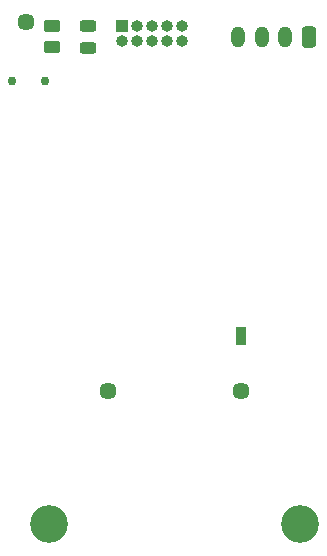
<source format=gbr>
%TF.GenerationSoftware,KiCad,Pcbnew,7.0.5*%
%TF.CreationDate,2023-08-24T03:33:07+02:00*%
%TF.ProjectId,Reader_Module,52656164-6572-45f4-9d6f-64756c652e6b,rev?*%
%TF.SameCoordinates,Original*%
%TF.FileFunction,Soldermask,Bot*%
%TF.FilePolarity,Negative*%
%FSLAX46Y46*%
G04 Gerber Fmt 4.6, Leading zero omitted, Abs format (unit mm)*
G04 Created by KiCad (PCBNEW 7.0.5) date 2023-08-24 03:33:07*
%MOMM*%
%LPD*%
G01*
G04 APERTURE LIST*
G04 Aperture macros list*
%AMRoundRect*
0 Rectangle with rounded corners*
0 $1 Rounding radius*
0 $2 $3 $4 $5 $6 $7 $8 $9 X,Y pos of 4 corners*
0 Add a 4 corners polygon primitive as box body*
4,1,4,$2,$3,$4,$5,$6,$7,$8,$9,$2,$3,0*
0 Add four circle primitives for the rounded corners*
1,1,$1+$1,$2,$3*
1,1,$1+$1,$4,$5*
1,1,$1+$1,$6,$7*
1,1,$1+$1,$8,$9*
0 Add four rect primitives between the rounded corners*
20,1,$1+$1,$2,$3,$4,$5,0*
20,1,$1+$1,$4,$5,$6,$7,0*
20,1,$1+$1,$6,$7,$8,$9,0*
20,1,$1+$1,$8,$9,$2,$3,0*%
%AMFreePoly0*
4,1,5,0.400000,-0.750000,-0.400000,-0.750000,-0.400000,0.750000,0.400000,0.750000,0.400000,-0.750000,0.400000,-0.750000,$1*%
G04 Aperture macros list end*
%ADD10RoundRect,0.250000X0.350000X0.650000X-0.350000X0.650000X-0.350000X-0.650000X0.350000X-0.650000X0*%
%ADD11O,1.200000X1.800000*%
%ADD12C,0.750000*%
%ADD13C,3.200000*%
%ADD14C,1.448000*%
%ADD15FreePoly0,0.000000*%
%ADD16RoundRect,0.250000X-0.450000X0.262500X-0.450000X-0.262500X0.450000X-0.262500X0.450000X0.262500X0*%
%ADD17R,1.000000X1.000000*%
%ADD18O,1.000000X1.000000*%
%ADD19RoundRect,0.243750X-0.456250X0.243750X-0.456250X-0.243750X0.456250X-0.243750X0.456250X0.243750X0*%
G04 APERTURE END LIST*
D10*
%TO.C,J2*%
X133250000Y-65000000D03*
D11*
X131250000Y-65000000D03*
X129250000Y-65000000D03*
X127250000Y-65000000D03*
%TD*%
D12*
%TO.C,SW1*%
X108125000Y-68750000D03*
X110875000Y-68750000D03*
%TD*%
D13*
%TO.C,H4*%
X111250000Y-106250000D03*
%TD*%
%TO.C,H3*%
X132500000Y-106250000D03*
%TD*%
D14*
%TO.C,H7*%
X109250000Y-63750000D03*
%TD*%
%TO.C,H6*%
X127500000Y-95000000D03*
%TD*%
%TO.C,H5*%
X116250000Y-95000000D03*
%TD*%
D15*
%TO.C,AE1*%
X127500000Y-90312500D03*
%TD*%
D16*
%TO.C,R2*%
X111500000Y-64087500D03*
X111500000Y-65912500D03*
%TD*%
D17*
%TO.C,J1*%
X117450000Y-64125000D03*
D18*
X117450000Y-65395000D03*
X118720000Y-64125000D03*
X118720000Y-65395000D03*
X119990000Y-64125000D03*
X119990000Y-65395000D03*
X121260000Y-64125000D03*
X121260000Y-65395000D03*
X122530000Y-64125000D03*
X122530000Y-65395000D03*
%TD*%
D19*
%TO.C,D2*%
X114500000Y-64062500D03*
X114500000Y-65937500D03*
%TD*%
M02*

</source>
